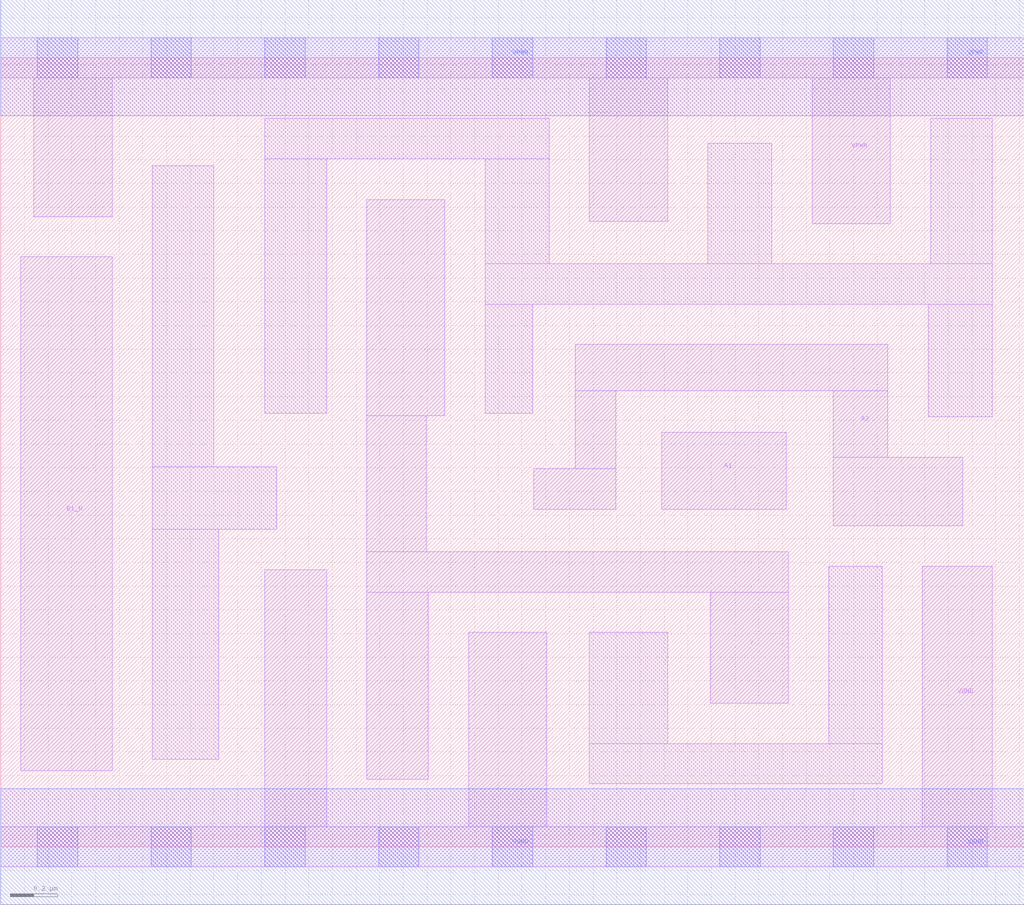
<source format=lef>
# Copyright 2020 The SkyWater PDK Authors
#
# Licensed under the Apache License, Version 2.0 (the "License");
# you may not use this file except in compliance with the License.
# You may obtain a copy of the License at
#
#     https://www.apache.org/licenses/LICENSE-2.0
#
# Unless required by applicable law or agreed to in writing, software
# distributed under the License is distributed on an "AS IS" BASIS,
# WITHOUT WARRANTIES OR CONDITIONS OF ANY KIND, either express or implied.
# See the License for the specific language governing permissions and
# limitations under the License.
#
# SPDX-License-Identifier: Apache-2.0

VERSION 5.7 ;
  NAMESCASESENSITIVE ON ;
  NOWIREEXTENSIONATPIN ON ;
  DIVIDERCHAR "/" ;
  BUSBITCHARS "[]" ;
UNITS
  DATABASE MICRONS 200 ;
END UNITS
MACRO sky130_fd_sc_lp__a21boi_2
  CLASS CORE ;
  SOURCE USER ;
  FOREIGN sky130_fd_sc_lp__a21boi_2 ;
  ORIGIN  0.000000  0.000000 ;
  SIZE  4.320000 BY  3.330000 ;
  SYMMETRY X Y R90 ;
  SITE unit ;
  PIN A1
    ANTENNAGATEAREA  0.630000 ;
    DIRECTION INPUT ;
    USE SIGNAL ;
    PORT
      LAYER li1 ;
        RECT 2.790000 1.425000 3.315000 1.750000 ;
    END
  END A1
  PIN A2
    ANTENNAGATEAREA  0.630000 ;
    DIRECTION INPUT ;
    USE SIGNAL ;
    PORT
      LAYER li1 ;
        RECT 2.250000 1.425000 2.595000 1.595000 ;
        RECT 2.425000 1.595000 2.595000 1.925000 ;
        RECT 2.425000 1.925000 3.745000 2.120000 ;
        RECT 3.515000 1.355000 4.060000 1.645000 ;
        RECT 3.515000 1.645000 3.745000 1.925000 ;
    END
  END A2
  PIN B1_N
    ANTENNAGATEAREA  0.126000 ;
    DIRECTION INPUT ;
    USE SIGNAL ;
    PORT
      LAYER li1 ;
        RECT 0.085000 0.320000 0.470000 2.490000 ;
    END
  END B1_N
  PIN Y
    ANTENNADIFFAREA  0.890400 ;
    DIRECTION OUTPUT ;
    USE SIGNAL ;
    PORT
      LAYER li1 ;
        RECT 1.545000 0.285000 1.805000 1.075000 ;
        RECT 1.545000 1.075000 3.325000 1.245000 ;
        RECT 1.545000 1.245000 1.795000 1.820000 ;
        RECT 1.545000 1.820000 1.875000 2.730000 ;
        RECT 2.995000 0.605000 3.325000 1.075000 ;
    END
  END Y
  PIN VGND
    DIRECTION INOUT ;
    USE GROUND ;
    PORT
      LAYER li1 ;
        RECT 0.000000 -0.085000 4.320000 0.085000 ;
        RECT 1.115000  0.085000 1.375000 1.170000 ;
        RECT 1.975000  0.085000 2.305000 0.905000 ;
        RECT 3.890000  0.085000 4.185000 1.185000 ;
      LAYER mcon ;
        RECT 0.155000 -0.085000 0.325000 0.085000 ;
        RECT 0.635000 -0.085000 0.805000 0.085000 ;
        RECT 1.115000 -0.085000 1.285000 0.085000 ;
        RECT 1.595000 -0.085000 1.765000 0.085000 ;
        RECT 2.075000 -0.085000 2.245000 0.085000 ;
        RECT 2.555000 -0.085000 2.725000 0.085000 ;
        RECT 3.035000 -0.085000 3.205000 0.085000 ;
        RECT 3.515000 -0.085000 3.685000 0.085000 ;
        RECT 3.995000 -0.085000 4.165000 0.085000 ;
      LAYER met1 ;
        RECT 0.000000 -0.245000 4.320000 0.245000 ;
    END
  END VGND
  PIN VPWR
    DIRECTION INOUT ;
    USE POWER ;
    PORT
      LAYER li1 ;
        RECT 0.000000 3.245000 4.320000 3.415000 ;
        RECT 0.140000 2.660000 0.470000 3.245000 ;
        RECT 2.485000 2.640000 2.815000 3.245000 ;
        RECT 3.425000 2.630000 3.755000 3.245000 ;
      LAYER mcon ;
        RECT 0.155000 3.245000 0.325000 3.415000 ;
        RECT 0.635000 3.245000 0.805000 3.415000 ;
        RECT 1.115000 3.245000 1.285000 3.415000 ;
        RECT 1.595000 3.245000 1.765000 3.415000 ;
        RECT 2.075000 3.245000 2.245000 3.415000 ;
        RECT 2.555000 3.245000 2.725000 3.415000 ;
        RECT 3.035000 3.245000 3.205000 3.415000 ;
        RECT 3.515000 3.245000 3.685000 3.415000 ;
        RECT 3.995000 3.245000 4.165000 3.415000 ;
      LAYER met1 ;
        RECT 0.000000 3.085000 4.320000 3.575000 ;
    END
  END VPWR
  OBS
    LAYER li1 ;
      RECT 0.640000 0.370000 0.920000 1.340000 ;
      RECT 0.640000 1.340000 1.165000 1.605000 ;
      RECT 0.640000 1.605000 0.900000 2.875000 ;
      RECT 1.115000 1.830000 1.375000 2.905000 ;
      RECT 1.115000 2.905000 2.315000 3.075000 ;
      RECT 2.045000 1.830000 2.245000 2.290000 ;
      RECT 2.045000 2.290000 4.185000 2.460000 ;
      RECT 2.045000 2.460000 2.315000 2.905000 ;
      RECT 2.485000 0.265000 3.720000 0.435000 ;
      RECT 2.485000 0.435000 2.815000 0.905000 ;
      RECT 2.985000 2.460000 3.255000 2.970000 ;
      RECT 3.495000 0.435000 3.720000 1.185000 ;
      RECT 3.915000 1.815000 4.185000 2.290000 ;
      RECT 3.925000 2.460000 4.185000 3.075000 ;
  END
END sky130_fd_sc_lp__a21boi_2

</source>
